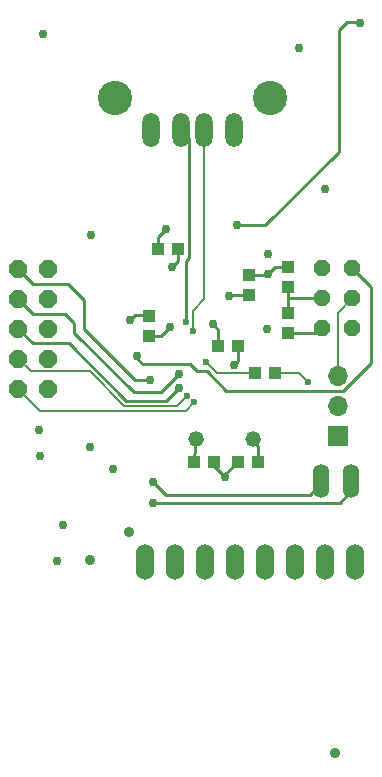
<source format=gbr>
%TF.GenerationSoftware,KiCad,Pcbnew,7.0.9*%
%TF.CreationDate,2024-03-16T10:18:14+00:00*%
%TF.ProjectId,wmk,776d6b2e-6b69-4636-9164-5f7063625858,rev?*%
%TF.SameCoordinates,Original*%
%TF.FileFunction,Copper,L4,Bot*%
%TF.FilePolarity,Positive*%
%FSLAX46Y46*%
G04 Gerber Fmt 4.6, Leading zero omitted, Abs format (unit mm)*
G04 Created by KiCad (PCBNEW 7.0.9) date 2024-03-16 10:18:14*
%MOMM*%
%LPD*%
G01*
G04 APERTURE LIST*
G04 Aperture macros list*
%AMOutline5P*
0 Free polygon, 5 corners , with rotation*
0 The origin of the aperture is its center*
0 number of corners: always 5*
0 $1 to $10 corner X, Y*
0 $11 Rotation angle, in degrees counterclockwise*
0 create outline with 5 corners*
4,1,5,$1,$2,$3,$4,$5,$6,$7,$8,$9,$10,$1,$2,$11*%
%AMOutline6P*
0 Free polygon, 6 corners , with rotation*
0 The origin of the aperture is its center*
0 number of corners: always 6*
0 $1 to $12 corner X, Y*
0 $13 Rotation angle, in degrees counterclockwise*
0 create outline with 6 corners*
4,1,6,$1,$2,$3,$4,$5,$6,$7,$8,$9,$10,$11,$12,$1,$2,$13*%
%AMOutline7P*
0 Free polygon, 7 corners , with rotation*
0 The origin of the aperture is its center*
0 number of corners: always 7*
0 $1 to $14 corner X, Y*
0 $15 Rotation angle, in degrees counterclockwise*
0 create outline with 7 corners*
4,1,7,$1,$2,$3,$4,$5,$6,$7,$8,$9,$10,$11,$12,$13,$14,$1,$2,$15*%
%AMOutline8P*
0 Free polygon, 8 corners , with rotation*
0 The origin of the aperture is its center*
0 number of corners: always 8*
0 $1 to $16 corner X, Y*
0 $17 Rotation angle, in degrees counterclockwise*
0 create outline with 8 corners*
4,1,8,$1,$2,$3,$4,$5,$6,$7,$8,$9,$10,$11,$12,$13,$14,$15,$16,$1,$2,$17*%
G04 Aperture macros list end*
%TA.AperFunction,ComponentPad*%
%ADD10O,1.422400X2.844800*%
%TD*%
%TA.AperFunction,ComponentPad*%
%ADD11Outline8P,-0.711200X0.294589X-0.294589X0.711200X0.294589X0.711200X0.711200X0.294589X0.711200X-0.294589X0.294589X-0.711200X-0.294589X-0.711200X-0.711200X-0.294589X90.000000*%
%TD*%
%TA.AperFunction,ComponentPad*%
%ADD12O,1.458000X2.916000*%
%TD*%
%TA.AperFunction,ComponentPad*%
%ADD13C,2.900000*%
%TD*%
%TA.AperFunction,ComponentPad*%
%ADD14R,1.700000X1.700000*%
%TD*%
%TA.AperFunction,ComponentPad*%
%ADD15O,1.700000X1.700000*%
%TD*%
%TA.AperFunction,ComponentPad*%
%ADD16O,1.524000X3.048000*%
%TD*%
%TA.AperFunction,ComponentPad*%
%ADD17Outline8P,-0.762000X0.315631X-0.315631X0.762000X0.315631X0.762000X0.762000X0.315631X0.762000X-0.315631X0.315631X-0.762000X-0.315631X-0.762000X-0.762000X-0.315631X90.000000*%
%TD*%
%TA.AperFunction,ComponentPad*%
%ADD18C,1.320800*%
%TD*%
%TA.AperFunction,SMDPad,CuDef*%
%ADD19R,1.100000X1.000000*%
%TD*%
%TA.AperFunction,SMDPad,CuDef*%
%ADD20R,1.000000X1.100000*%
%TD*%
%TA.AperFunction,ViaPad*%
%ADD21C,0.756400*%
%TD*%
%TA.AperFunction,ViaPad*%
%ADD22C,0.906400*%
%TD*%
%TA.AperFunction,ViaPad*%
%ADD23C,0.600000*%
%TD*%
%TA.AperFunction,Conductor*%
%ADD24C,0.254000*%
%TD*%
%TA.AperFunction,Conductor*%
%ADD25C,0.200000*%
%TD*%
G04 APERTURE END LIST*
D10*
%TO.P,JP3,1,1*%
%TO.N,/RX*%
X159359600Y-96418400D03*
%TO.P,JP3,2,2*%
%TO.N,/TX*%
X161899600Y-96418400D03*
%TD*%
D11*
%TO.P,PROGRAMER0,1,1*%
%TO.N,VCC*%
X162041100Y-83483600D03*
%TO.P,PROGRAMER0,2,2*%
%TO.N,GND*%
X159501100Y-83483600D03*
%TO.P,PROGRAMER0,3,3*%
%TO.N,VDD*%
X162041100Y-80943600D03*
%TO.P,PROGRAMER0,4,4*%
%TO.N,/NRST*%
X159501100Y-80943600D03*
%TO.P,PROGRAMER0,5,5*%
%TO.N,/SWCLK*%
X162041100Y-78403600D03*
%TO.P,PROGRAMER0,6,6*%
%TO.N,/SWDIO*%
X159501100Y-78403600D03*
%TD*%
D12*
%TO.P,X1,1,1*%
%TO.N,Net-(F1-Pad2)*%
X152001100Y-66713600D03*
%TO.P,X1,2,2*%
%TO.N,/USB_DM*%
X149501100Y-66713600D03*
%TO.P,X1,3,3*%
%TO.N,/USB_DP*%
X147501100Y-66713600D03*
%TO.P,X1,4,4*%
%TO.N,GND*%
X145001100Y-66713600D03*
D13*
%TO.P,X1,S1,S1*%
%TO.N,unconnected-(X1-PadS1)*%
X155071100Y-64003600D03*
%TO.P,X1,S2,S2*%
%TO.N,unconnected-(X1-PadS2)*%
X141931100Y-64003600D03*
%TD*%
D14*
%TO.P,J1,1,Pin_1*%
%TO.N,GND*%
X160782000Y-92608400D03*
D15*
%TO.P,J1,2,Pin_2*%
%TO.N,Net-(J1-Pin_2)*%
X160782000Y-90068400D03*
%TO.P,J1,3,Pin_3*%
%TO.N,VDD*%
X160782000Y-87528400D03*
%TD*%
D16*
%TO.P,JP2,1,1*%
%TO.N,/CLOCK*%
X162257431Y-103249369D03*
%TO.P,JP2,2,2*%
%TO.N,/DATA*%
X159717431Y-103249369D03*
%TO.P,JP2,3,3*%
%TO.N,/RESET*%
X157177431Y-103249369D03*
%TO.P,JP2,4,4*%
%TO.N,VCC*%
X154637431Y-103249369D03*
%TO.P,JP2,5,5*%
%TO.N,unconnected-(JP2-Pad5)*%
X152097431Y-103249369D03*
%TO.P,JP2,6,6*%
%TO.N,GND*%
X149557431Y-103249369D03*
%TO.P,JP2,7,7*%
%TO.N,/STATUS*%
X147017431Y-103249369D03*
%TO.P,JP2,8,8*%
%TO.N,/INUSE*%
X144477431Y-103249369D03*
%TD*%
D17*
%TO.P,JP1,1,1*%
%TO.N,Net-(U2-PB15)*%
X136271100Y-88583600D03*
%TO.P,JP1,2,2*%
%TO.N,Net-(U2-PB9)*%
X133731100Y-88583600D03*
%TO.P,JP1,3,3*%
%TO.N,VCC*%
X136271100Y-86043600D03*
%TO.P,JP1,4,4*%
%TO.N,Net-(U2-PB8)*%
X133731100Y-86043600D03*
%TO.P,JP1,5,5*%
%TO.N,GND*%
X136271100Y-83503600D03*
%TO.P,JP1,6,6*%
%TO.N,Net-(U2-PB5)*%
X133731100Y-83503600D03*
%TO.P,JP1,7,7*%
%TO.N,Net-(U2-PB14)*%
X136271100Y-80963600D03*
%TO.P,JP1,8,8*%
%TO.N,Net-(U2-PB4)*%
X133731100Y-80963600D03*
%TO.P,JP1,9,9*%
%TO.N,Net-(U2-PB13)*%
X136271100Y-78423600D03*
%TO.P,JP1,10,10*%
%TO.N,Net-(U2-PB3)*%
X133731100Y-78423600D03*
%TD*%
D18*
%TO.P,Q1,1,1*%
%TO.N,Net-(U2-PD1_OSC_OUT)*%
X153592337Y-92882875D03*
%TO.P,Q1,2,2*%
%TO.N,Net-(U2-PD0_OSC_IN)*%
X148766337Y-92882875D03*
%TD*%
D19*
%TO.P,C11,1,1*%
%TO.N,Net-(U2-PD1_OSC_OUT)*%
X154011965Y-94800988D03*
%TO.P,C11,2,2*%
%TO.N,GND*%
X152311965Y-94800988D03*
%TD*%
D20*
%TO.P,C12,1,1*%
%TO.N,VDD*%
X144787584Y-84136100D03*
%TO.P,C12,2,2*%
%TO.N,GND*%
X144787584Y-82436100D03*
%TD*%
D19*
%TO.P,R2,1,1*%
%TO.N,/NRST*%
X156546468Y-79980185D03*
%TO.P,R2,2,2*%
%TO.N,VDD*%
X156546468Y-78280185D03*
%TD*%
D20*
%TO.P,R1,1,1*%
%TO.N,Net-(U2-BOOT0)*%
X153771600Y-87223600D03*
%TO.P,R1,2,2*%
%TO.N,Net-(J1-Pin_2)*%
X155471600Y-87223600D03*
%TD*%
D19*
%TO.P,C10,1,1*%
%TO.N,Net-(U2-PD0_OSC_IN)*%
X148655690Y-94803160D03*
%TO.P,C10,2,2*%
%TO.N,GND*%
X150355690Y-94803160D03*
%TD*%
D20*
%TO.P,C7,1,1*%
%TO.N,/NRST*%
X156542515Y-82148772D03*
%TO.P,C7,2,2*%
%TO.N,GND*%
X156542515Y-83848772D03*
%TD*%
%TO.P,C6,1,1*%
%TO.N,VDD*%
X153245100Y-78937500D03*
%TO.P,C6,2,2*%
%TO.N,GND*%
X153245100Y-80637500D03*
%TD*%
D19*
%TO.P,C16,1,1*%
%TO.N,VDD*%
X152355000Y-85009800D03*
%TO.P,C16,2,2*%
%TO.N,GND*%
X150655000Y-85009800D03*
%TD*%
%TO.P,C5,1,1*%
%TO.N,VDD*%
X145579268Y-76780438D03*
%TO.P,C5,2,2*%
%TO.N,GND*%
X147279268Y-76780438D03*
%TD*%
D21*
%TO.N,GND*%
X150221000Y-83149500D03*
X151592600Y-80711100D03*
X146792000Y-78272700D03*
X143210600Y-82768500D03*
X151287800Y-96103500D03*
X135590600Y-94274700D03*
X135819200Y-58536900D03*
D22*
X160546100Y-119446100D03*
X143083600Y-100713600D03*
D21*
X135514400Y-92064900D03*
D22*
X139781600Y-103063100D03*
D21*
%TO.N,VDD*%
X139857800Y-93512700D03*
X154793000Y-83530500D03*
X139934000Y-75605700D03*
X146563400Y-83378100D03*
X159746000Y-71719500D03*
X141762800Y-95417700D03*
X152049800Y-86578500D03*
X146258600Y-75072300D03*
X154869200Y-78882300D03*
%TO.N,VCC*%
X157536200Y-59756100D03*
X137038400Y-103190100D03*
X137571800Y-100142100D03*
%TO.N,Net-(U2-PA3)*%
X152278400Y-74767500D03*
X162641600Y-57622500D03*
%TO.N,Net-(U2-PB3)*%
X144887000Y-87873900D03*
%TO.N,Net-(U2-PB4)*%
X147325400Y-87340500D03*
%TO.N,Net-(U2-PB5)*%
X147325400Y-88559700D03*
D23*
%TO.N,Net-(U2-PB8)*%
X148031200Y-89204800D03*
%TO.N,Net-(U2-PB9)*%
X148627844Y-89741779D03*
D21*
%TO.N,/TX*%
X145115600Y-98237100D03*
%TO.N,/RX*%
X145191800Y-96484500D03*
%TO.N,/SWCLK*%
X143820200Y-85816500D03*
D23*
%TO.N,Net-(U2-BOOT0)*%
X149674500Y-86326084D03*
%TO.N,/USB_DP*%
X147929600Y-82905600D03*
%TO.N,/USB_DM*%
X148539200Y-83667600D03*
D21*
%TO.N,unconnected-(U2-PA2-Pad12)*%
X154869200Y-77205900D03*
D23*
%TO.N,Net-(J1-Pin_2)*%
X158292800Y-87985600D03*
%TD*%
D24*
%TO.N,GND*%
X150355690Y-95171391D02*
X151287800Y-96103500D01*
X150221000Y-83149500D02*
X150655000Y-83583500D01*
X150355690Y-94803160D02*
X150355690Y-95171391D01*
X151666200Y-80637500D02*
X153245100Y-80637500D01*
X152311965Y-94800988D02*
X151287800Y-95825154D01*
X150655000Y-83583500D02*
X150655000Y-85009800D01*
X159501100Y-83483600D02*
X159135928Y-83848772D01*
X147279268Y-76780438D02*
X147279268Y-77785432D01*
X144787584Y-82436100D02*
X144738984Y-82387500D01*
X144738984Y-82387500D02*
X143591600Y-82387500D01*
X147279268Y-77785432D02*
X146792000Y-78272700D01*
X151287800Y-95825154D02*
X151287800Y-96103500D01*
X143591600Y-82387500D02*
X143210600Y-82768500D01*
X159135928Y-83848772D02*
X156542515Y-83848772D01*
X151592600Y-80711100D02*
X151666200Y-80637500D01*
%TO.N,VDD*%
X152355000Y-85009800D02*
X152355000Y-86273300D01*
D25*
X160782000Y-87528400D02*
X160782000Y-82202700D01*
D24*
X145579268Y-75751632D02*
X146258600Y-75072300D01*
X156546468Y-78280185D02*
X155471315Y-78280185D01*
X155471315Y-78280185D02*
X154869200Y-78882300D01*
X154814000Y-78937500D02*
X153245100Y-78937500D01*
X145579268Y-76780438D02*
X145579268Y-75751632D01*
X144787584Y-84136100D02*
X145805400Y-84136100D01*
X152355000Y-86273300D02*
X152049800Y-86578500D01*
X154869200Y-78882300D02*
X154814000Y-78937500D01*
X145805400Y-84136100D02*
X146563400Y-83378100D01*
D25*
X160782000Y-82202700D02*
X162041100Y-80943600D01*
D24*
%TO.N,/NRST*%
X159501100Y-80943600D02*
X156550368Y-80943600D01*
X156546468Y-82144819D02*
X156542515Y-82148772D01*
X156546468Y-80939700D02*
X156546468Y-82144819D01*
X156546468Y-79980185D02*
X156546468Y-80939700D01*
X156550368Y-80943600D02*
X156546468Y-80939700D01*
%TO.N,Net-(U2-PD0_OSC_IN)*%
X148687275Y-94025875D02*
X148655690Y-94094288D01*
X148655690Y-94803160D02*
X148655690Y-94094288D01*
X148687275Y-92961938D02*
X148687275Y-94025875D01*
X148687275Y-92961938D02*
X148766337Y-92882875D01*
%TO.N,Net-(U2-PD1_OSC_OUT)*%
X153924971Y-93215510D02*
X153924971Y-93340075D01*
X153924971Y-93215510D02*
X153592337Y-92882875D01*
X154011965Y-93515841D02*
X153924971Y-93340075D01*
X154011965Y-94800988D02*
X154011965Y-93515841D01*
%TO.N,Net-(U2-PA3)*%
X160889000Y-68519100D02*
X160889000Y-58232100D01*
X161574800Y-57546300D02*
X162565400Y-57546300D01*
X152278400Y-74767500D02*
X154640600Y-74767500D01*
X160889000Y-58232100D02*
X161574800Y-57546300D01*
X162565400Y-57546300D02*
X162641600Y-57622500D01*
X154640600Y-74767500D02*
X160889000Y-68519100D01*
%TO.N,Net-(U2-PB3)*%
X133731100Y-78423600D02*
X135028000Y-79720500D01*
X139324400Y-83530500D02*
X143667800Y-87873900D01*
X139324400Y-81092100D02*
X139324400Y-83530500D01*
X137952800Y-79720500D02*
X139324400Y-81092100D01*
X135028000Y-79720500D02*
X137952800Y-79720500D01*
X143667800Y-87873900D02*
X144887000Y-87873900D01*
%TO.N,Net-(U2-PB4)*%
X135002600Y-82235100D02*
X137724200Y-82235100D01*
X147325400Y-87340500D02*
X145801400Y-88864500D01*
X133731100Y-80963600D02*
X135002600Y-82235100D01*
X145801400Y-88864500D02*
X143515400Y-88864500D01*
X138486200Y-82997100D02*
X138486200Y-83835300D01*
X137724200Y-82235100D02*
X138486200Y-82997100D01*
X143515400Y-88864500D02*
X138486200Y-83835300D01*
%TO.N,Net-(U2-PB5)*%
X146258600Y-89626500D02*
X147325400Y-88559700D01*
X133731100Y-83503600D02*
X134977200Y-84749700D01*
X142905800Y-89626500D02*
X146258600Y-89626500D01*
X134977200Y-84749700D02*
X138029000Y-84749700D01*
X138029000Y-84749700D02*
X142905800Y-89626500D01*
D25*
%TO.N,Net-(U2-PB8)*%
X142727606Y-90056700D02*
X147179300Y-90056700D01*
X139779706Y-87108800D02*
X142727606Y-90056700D01*
X133731100Y-86043600D02*
X134796300Y-87108800D01*
X147179300Y-90056700D02*
X148031200Y-89204800D01*
X134796300Y-87108800D02*
X139779706Y-87108800D01*
%TO.N,Net-(U2-PB9)*%
X147909723Y-90459900D02*
X148627844Y-89741779D01*
X133731100Y-88583600D02*
X135607400Y-90459900D01*
X135607400Y-90459900D02*
X147909723Y-90459900D01*
D24*
%TO.N,/TX*%
X160965200Y-98237100D02*
X161930400Y-97271900D01*
X161930400Y-97271900D02*
X161930400Y-95417700D01*
X145115600Y-98237100D02*
X160965200Y-98237100D01*
%TO.N,/RX*%
X158450600Y-97551300D02*
X159390400Y-96611500D01*
X159390400Y-96611500D02*
X159390400Y-95417700D01*
X145191800Y-96484500D02*
X146258600Y-97551300D01*
X146258600Y-97551300D02*
X158450600Y-97551300D01*
%TO.N,/SWCLK*%
X143820200Y-86045100D02*
X143820200Y-85816500D01*
X163632200Y-86426100D02*
X161270000Y-88788300D01*
X149697700Y-87122000D02*
X148894800Y-87122000D01*
X161270000Y-88788300D02*
X151364000Y-88788300D01*
X148894800Y-87122000D02*
X148275100Y-86502300D01*
X151364000Y-88788300D02*
X149697700Y-87122000D01*
X163632200Y-79994700D02*
X163632200Y-86426100D01*
X162041100Y-78403600D02*
X163632200Y-79994700D01*
X148275100Y-86502300D02*
X144277400Y-86502300D01*
X144277400Y-86502300D02*
X143820200Y-86045100D01*
D25*
%TO.N,Net-(U2-BOOT0)*%
X153735300Y-87259900D02*
X153771600Y-87223600D01*
X149674500Y-86326084D02*
X150608316Y-87259900D01*
X150608316Y-87259900D02*
X153735300Y-87259900D01*
D24*
%TO.N,/USB_DP*%
X148159468Y-67371968D02*
X147501100Y-66713600D01*
X147929600Y-77781678D02*
X148159468Y-77551810D01*
X147929600Y-82905600D02*
X147929600Y-77781678D01*
X148159468Y-77551810D02*
X148159468Y-67371968D01*
D25*
%TO.N,/USB_DM*%
X148539200Y-81991200D02*
X149501100Y-81029300D01*
X148539200Y-83667600D02*
X148539200Y-81991200D01*
X149501100Y-81029300D02*
X149501100Y-66713600D01*
%TO.N,Net-(J1-Pin_2)*%
X157530800Y-87223600D02*
X158292800Y-87985600D01*
X155471600Y-87223600D02*
X157530800Y-87223600D01*
%TD*%
M02*

</source>
